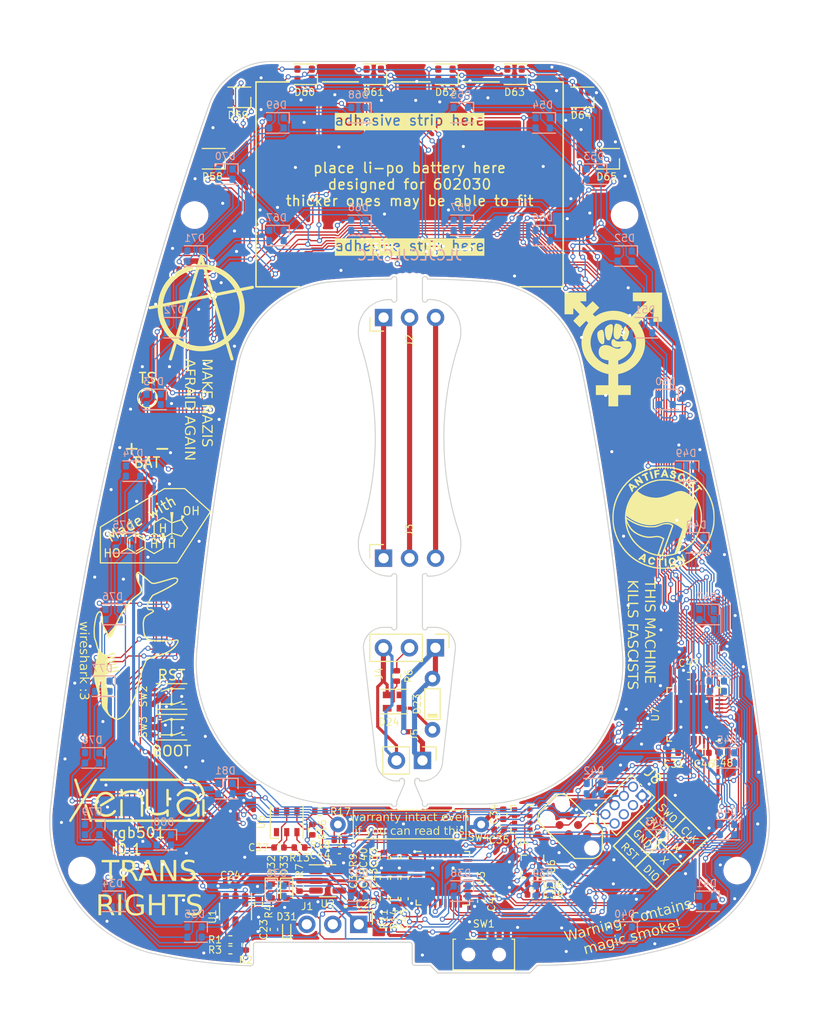
<source format=kicad_pcb>
(kicad_pcb (version 20221018) (generator pcbnew)

  (general
    (thickness 1.6)
  )

  (paper "A4")
  (title_block
    (title "Self contained addressible RGB ring for 3M 501")
    (date "2024-01-08")
    (rev "r0.1")
    (company "xenua")
  )

  (layers
    (0 "F.Cu" signal)
    (31 "B.Cu" signal)
    (32 "B.Adhes" user "B.Adhesive")
    (33 "F.Adhes" user "F.Adhesive")
    (34 "B.Paste" user)
    (35 "F.Paste" user)
    (36 "B.SilkS" user "B.Silkscreen")
    (37 "F.SilkS" user "F.Silkscreen")
    (38 "B.Mask" user)
    (39 "F.Mask" user)
    (40 "Dwgs.User" user "User.Drawings")
    (41 "Cmts.User" user "User.Comments")
    (42 "Eco1.User" user "User.Eco1")
    (43 "Eco2.User" user "User.Eco2")
    (44 "Edge.Cuts" user)
    (45 "Margin" user)
    (46 "B.CrtYd" user "B.Courtyard")
    (47 "F.CrtYd" user "F.Courtyard")
    (48 "B.Fab" user)
    (49 "F.Fab" user)
    (50 "User.1" user)
    (51 "User.2" user)
    (52 "User.3" user)
    (53 "User.4" user)
    (54 "User.5" user)
    (55 "User.6" user)
    (56 "User.7" user)
    (57 "User.8" user)
    (58 "User.9" user)
  )

  (setup
    (pad_to_mask_clearance 0)
    (pcbplotparams
      (layerselection 0x00010fc_ffffffff)
      (plot_on_all_layers_selection 0x0000000_00000000)
      (disableapertmacros false)
      (usegerberextensions false)
      (usegerberattributes true)
      (usegerberadvancedattributes true)
      (creategerberjobfile true)
      (dashed_line_dash_ratio 12.000000)
      (dashed_line_gap_ratio 3.000000)
      (svgprecision 4)
      (plotframeref false)
      (viasonmask false)
      (mode 1)
      (useauxorigin false)
      (hpglpennumber 1)
      (hpglpenspeed 20)
      (hpglpendiameter 15.000000)
      (dxfpolygonmode true)
      (dxfimperialunits true)
      (dxfusepcbnewfont true)
      (psnegative false)
      (psa4output false)
      (plotreference true)
      (plotvalue true)
      (plotinvisibletext false)
      (sketchpadsonfab false)
      (subtractmaskfromsilk false)
      (outputformat 1)
      (mirror false)
      (drillshape 1)
      (scaleselection 1)
      (outputdirectory "")
    )
  )

  (net 0 "")
  (net 1 "+BATT")
  (net 2 "GND")
  (net 3 "VCC")
  (net 4 "Net-(U2-BP)")
  (net 5 "VBUS")
  (net 6 "+3V3")
  (net 7 "Net-(J4-Pin_2)")
  (net 8 "unconnected-(U3-PA4-Pad10)")
  (net 9 "/CS_Pressure")
  (net 10 "/COPI")
  (net 11 "/SCLK")
  (net 12 "/CIPO")
  (net 13 "/CS_Gyro")
  (net 14 "/LED Matrix/R0")
  (net 15 "/LED Matrix/G0")
  (net 16 "/LED Matrix/B0")
  (net 17 "/LED Matrix/R1")
  (net 18 "/LED Matrix/G1")
  (net 19 "/LED Matrix/B1")
  (net 20 "/LED Matrix/R2")
  (net 21 "Net-(D23-K)")
  (net 22 "unconnected-(D24-DOUT-Pad2)")
  (net 23 "Net-(D24-DIN)")
  (net 24 "/LED Matrix/G2")
  (net 25 "/LED Matrix/B2")
  (net 26 "/LED Matrix/SW0")
  (net 27 "/LED Matrix/SW1")
  (net 28 "/LED Matrix/SW2")
  (net 29 "/LED Matrix/SW3")
  (net 30 "/CHARGE_LED")
  (net 31 "/LDO_EN")
  (net 32 "Net-(U1-ISET)")
  (net 33 "Net-(U1-TS)")
  (net 34 "/LED Matrix/SW4")
  (net 35 "unconnected-(U3-PC14-Pad2)")
  (net 36 "unconnected-(U3-PC15-Pad3)")
  (net 37 "Net-(D23-A)")
  (net 38 "Net-(D24-VSS)")
  (net 39 "unconnected-(U3-PA7-Pad13)")
  (net 40 "/SCL")
  (net 41 "/SDA")
  (net 42 "unconnected-(U3-PA6-Pad12)")
  (net 43 "/LED Matrix/SW5")
  (net 44 "/LED Matrix/SW6")
  (net 45 "/Controller/~{RST}")
  (net 46 "/Controller/BOOT0")
  (net 47 "/Controller/SWDIO")
  (net 48 "/Controller/SWCLK")
  (net 49 "/Controller/SWO")
  (net 50 "/LED Matrix/SW7")
  (net 51 "unconnected-(U7A-NC-Pad19)")
  (net 52 "/Controller/REED_SW")
  (net 53 "Net-(J2-Pin_1)")
  (net 54 "Net-(J2-Pin_2)")
  (net 55 "Net-(J2-Pin_3)")
  (net 56 "unconnected-(U7A-NC-Pad20)")
  (net 57 "unconnected-(U7A-NC-Pad21)")
  (net 58 "unconnected-(U5-NC-Pad1)")
  (net 59 "unconnected-(U5-NC-Pad6)")
  (net 60 "Net-(R17-Pad2)")
  (net 61 "/LED Matrix/R3")
  (net 62 "/LED Matrix/G3")
  (net 63 "/LED Matrix/B3")
  (net 64 "/LED Matrix/R4")
  (net 65 "/LED Matrix/G4")
  (net 66 "/LED Matrix/B4")
  (net 67 "/LED Matrix/R5")
  (net 68 "/LED Matrix/G5")
  (net 69 "/LED Matrix/B5")
  (net 70 "Net-(U7A-VCAP)")
  (net 71 "/Controller/CS_LEDs")
  (net 72 "/Controller/LED_VIO_EN")
  (net 73 "/Controller/LED_VSYNC")
  (net 74 "unconnected-(SW1-C-Pad3)")
  (net 75 "unconnected-(J8-KEY-Pad3)")
  (net 76 "unconnected-(J8-KEY-Pad5)")
  (net 77 "/VBAT_SENSE")
  (net 78 "/VBUS_DET")
  (net 79 "/~{CHG}")
  (net 80 "/INT2")
  (net 81 "/INT1")

  (footprint "TestPoint:TestPoint_Pad_D1.5mm" (layer "F.Cu") (at 74.4 93.85))

  (footprint "xenua:Conn_Magnet_3p" (layer "F.Cu") (at 100 86 90))

  (footprint "Resistor_SMD:R_0402_1005Metric" (layer "F.Cu") (at 97.5 142.75 90))

  (footprint "MountingHole:MountingHole_2.2mm_M2" (layer "F.Cu") (at 132 140))

  (footprint "Connector_PinHeader_2.54mm:PinHeader_1x03_P2.54mm_Vertical" (layer "F.Cu") (at 102.525 118.25 -90))

  (footprint "Capacitor_SMD:C_0402_1005Metric" (layer "F.Cu") (at 93.15 138 180))

  (footprint "Capacitor_SMD:C_0402_1005Metric" (layer "F.Cu") (at 93.75 143.25))

  (footprint "Connector_PinHeader_2.54mm:PinHeader_1x02_P2.54mm_Vertical" (layer "F.Cu") (at 101.26 129.25 -90))

  (footprint "Capacitor_SMD:C_0402_1005Metric" (layer "F.Cu") (at 109.15 134.5 -90))

  (footprint "Capacitor_SMD:C_0402_1005Metric" (layer "F.Cu") (at 128.75 128.5 180))

  (footprint "xenua:sig-medium" (layer "F.Cu") (at 66.865002 135.134999))

  (footprint "xenua:LED_RGB_1616" (layer "F.Cu") (at 119.25 70.5 180))

  (footprint "Resistor_SMD:R_0402_1005Metric" (layer "F.Cu") (at 97.5 138.75 -90))

  (footprint "Package_TO_SOT_SMD:SOT-23-6" (layer "F.Cu") (at 83 144 -90))

  (footprint "Diode_SMD:D_SOD-523" (layer "F.Cu") (at 86.5 142 -90))

  (footprint "xenua:SW_MSK12C02-HB" (layer "F.Cu") (at 107.25 148.2))

  (footprint "Capacitor_SMD:C_0402_1005Metric" (layer "F.Cu") (at 108.75 136 180))

  (footprint "xenua:Conn_Magnet_3p" (layer "F.Cu") (at 92.5 145.25 -90))

  (footprint "xenua:SW_Push_Alps_SKTCABE010" (layer "F.Cu") (at 76.75 126))

  (footprint "Resistor_SMD:R_0402_1005Metric" (layer "F.Cu") (at 84 147.25 -90))

  (footprint "MountingHole:MountingHole_2.2mm_M2" (layer "F.Cu") (at 68 140))

  (footprint "Capacitor_SMD:C_0402_1005Metric" (layer "F.Cu") (at 82.5 141.45 180))

  (footprint "xenua:AHT20" (layer "F.Cu") (at 88 135.25 90))

  (footprint "Resistor_SMD:R_0402_1005Metric" (layer "F.Cu") (at 85.25 143.25 -90))

  (footprint "xenua:1N4148" (layer "F.Cu") (at 102.235 123.75 90))

  (footprint "xenua:amogus" (layer "F.Cu") (at 80.325 137.4))

  (footprint "Capacitor_SMD:C_0402_1005Metric" (layer "F.Cu") (at 98.5 140.75 90))

  (footprint "xenua:MadeWithEstrogen" (layer "F.Cu") (at 75.05 107.05))

  (footprint "xenua:SW_Push_Alps_SKTCABE010" (layer "F.Cu") (at 76.75 123))

  (footprint "xenua:MouseBite_NoJaggies_S" (layer "F.Cu") (at 100 111.25 180))

  (footprint "xenua:LED_RGB_1616" (layer "F.Cu") (at 80.75 70.5 180))

  (footprint "MountingHole:MountingHole_2.2mm_M2" (layer "F.Cu") (at 79 76))

  (footprint "xenua:LGA-8_2x2.5mm_P0.65" (layer "F.Cu") (at 111 135 -90))

  (footprint "Package_LGA:LGA-12_2x2mm_P0.5mm" (layer "F.Cu")
    (tstamp 75bc8e3f-6fa8-4502-8ab6-a157480c917a)
    (at 112 139.6 -90)
    (descr "LGA12")
    (tags "lga land grid array")
    (property "Sheetfile" "rgb501.kicad_sch")
    (property "Sheetname" "")
    (path "/b59ece3c-cacf-4af9-8c4f-ff209b07af21")
    (attr smd)
    (fp_text reference "U6" (at 0 -1.85 90) (layer "F.SilkS")
        (effects (font (size 0.7 0.7) (thickness 0.1)))
      (tstamp 488024f7-12f1-4871-ac1a-b70c4f120d49)
    )
    (fp_text value "LIS2DH12" (at 0 1.6 90) (layer "F.Fab")
        (effects (font (size 1 1) (thickness 0.15)))
      (tstamp 7d1a2b64-6066-4566-82d1-1b805b9f7dad)
    )
    (fp_text user "${REFERENCE}" (at 0 0 90) (layer "F.Fab")
        (effects (font (size 0.5 0.5) (thickness 0.075)))
      (tstamp 08a4f619-b09f-420e-91b3-b28eec42a82b)
    )
    (fp_line (start -1.1 -1.1) (end -1.1 -1.1)
      (stroke (width 0.12) (type solid)) (layer "F.SilkS") (tstamp 567f2766-bcd2-4e69-893f-76b61b49f017))
    (fp_line (start -1.1 0.6) (end -1.1 0.6)
      (stroke (width 0.12) (type solid)) (layer "F.SilkS") (tstamp c4f6f5db-73ba-4de5-977e-9bd195aa1c31))
    (fp_line (start -1.1 1.1) (end -1.1 0.6)
      (stroke (width 0.12) (type solid)) (layer "F.SilkS") (tstamp 0d182a19-753a-42c9-964d-12042082c772))
    (fp_line (start -0.6 -1.1) (end -1.1 -1.1)
      (stroke (width 0.12) (type solid)) (layer "F.SilkS") (tstamp 69e43f27-3d6e-4c7f-8348-812fd4508b73))
    (fp_line (start -0.6 1.1) (end -1.1 1.1)
      (stroke (width 0.12) (type solid)) (layer "F.SilkS") (tstamp d446db49-2ee6-48e5-aa96-4a15c3c34e5c))
    (fp_line (start 0.6 -1.1) (end 1.1 -1.1)
      (stroke (width 0.12) (type solid)) (layer "F.SilkS") (tstamp 4e16ba93-c4ca-4d7f-bb89-d09cb2bd4f72))
    (fp_line (start 0.6 1.1) (end 0.6 1.1)
      (stroke (width 0.12) (type solid)) (layer "F.SilkS") (tstamp d6930789-0711-439d-a432-98a0382cb93f))
    (fp_line (start 1.1 -1.1) (end 1.1 -0.6)
      (stroke (width 0.12) (type solid)) (layer "F.SilkS") (tstamp 536c162e-f01a-45f4-96be-e5064cc037f3))
    (fp_line (start 1.1 -0.6) (end 1.1 -0.6)
      (stroke (width 0.12) (type solid)) (layer "F.SilkS") (tstamp 3aa70ba9-31ac-4274-aac3-4cdbb6e611c3))
    (fp_line (start 1.1 0.6) (end 1.1 1.1)
      (stroke (width 0.12) (type solid)) (layer "F.SilkS") (tstamp e3c3bf29-1014-4753-bfda-dd9a74005f3d))
    (fp_line (start 1.1 1.1) (end 0.6 1.1)
      (stroke (width 0.12) (type solid)) (layer "F.SilkS") (tstamp 641991da-d47e-4d08-8bfe-7612c00d3d77))
    (fp_line (start -1.25 -1.25) (end 1.25 -1.25)
      (stroke (width 0.05) (type solid)) (layer "F.CrtYd") (tstamp 0ee2812f-fe68-4067-81bd-bcb6f22ff8d9))
    (fp_line (start -1.25 1.25) (end -1.25 -1.25)
      (stroke (width 0.05) (type solid)) (layer "F.CrtYd") (tstamp 2d0f1e29-658a-4a74-8bee-05f946bb6d73))
    (fp_line (start 1.25 -1.25) (end 1.25 1.25)
      (stroke (width 0.05) (type solid)) (layer "F.CrtYd") (tstamp 2191dd6b-8dc6-43e8-a4ed-76f436e29c80))
    (fp_line (start 1.25 1.25) (end -1.25 1.25)
      (stroke (width 0.05) (type solid)) (layer "F.CrtYd") (tstamp 10af12d9-a1d2-458a-bc2a-64930f480566))
    (fp_line (start -1 -0.5) (end -0.5 -1)
      (stroke (width 0.1) (type solid)) (layer "F.Fab") (tstamp 93447c8d-0b38-47d4-9182-bd7a82bd83f7))
    (fp_line (start -1 1) (end -1 -0.5)
      (stroke (width 0.1) (type solid)) (layer "F.Fab") (tstamp 642209ab-01aa-4373-8349-1fd7451e4baf))
    (fp_line (start -0.5 -1) (end 1 -1)
      (stroke (width 0.1) (type solid)) (layer "F.Fab") (tstamp 138300fb-9cc5-4713-8b14-2744f1ca0217))
    (fp_line (start 1 -1) (end 1 1)
      (stroke (width 0.1) (type solid)) (layer "F.Fab") (tstamp 25bd53a3-cd2b-4f10-b60e-fc4a1f71b645))
    (fp_line (start 1 1) (end -1 1)
      (stroke (width 0.1) (type solid)) (layer "F.Fab") (tstamp 8f6ad2d3-e2d2-44b5-a147-7a9f7ec1bfb5))
    (pad "1" smd rect (at -0.7625 -0.75 270) (size 0.375 0.35) (layers "F.Cu" "F.Paste" "F.Mask")
      (net 11 "/SCLK") (pinfunction "SCL/SPC") (pintype "input") (tstamp 5f3993da-a448-4976-823b-9f9295c55d91))
    (pad "2" smd rect (at -0.7625 -0.25 270) (size 0.375 0.35) (layers "F.Cu" "F.Paste" "F.Mask")
      (net 13 "/CS_Gyro") (pinfunction "CS") (pintype "input") (tstamp 705ce13f-82dd-4297-a1ac-8b5e39d57841))
    (pad "3" smd rect (at -0.7625 0.25 270) (size 0.375 0.35) (layers "F.Cu" "F.Paste" "F.Mask")
      (net 12 "/CIPO") (pinfunction "SDO/SA0") (pintype "bidirectional") (tstamp 543ee023-55aa-4023-ad52-ab8413e29b01))
    (pad "4" smd rect (at -0.7625 0.75 270) (size 0.375 0.35) (layers "F.Cu" "F.Paste" "F.Mask")
      (net 10 "/COPI") (pinfunction "SDA/SDI/SDO") (pintype "bidirectional") (tstamp cbf07228-5200-4e7a-a302-594c17e8629c))
    (pad "5" smd rect (at -0.25 0.7625) (size 0.375 0.35) (layers "F.Cu" "F.Paste" "F.Mask")
      (net 2 "GND") (pinfunction "RES") (pintype "bidirectional") (tstamp 5870a941-c064-491e-b4f2-8062e4c0bcfa))
    (pad "6" smd rect (at 0.25 0.7625) (size 0.375 0.35) (layers "F.Cu" "F.Paste" "F.Mask")
      (net 2 "GND") (pinfunction "GND") (pintype "power_in") (tstamp c3cc41c1-bbcb-452e-b486-4db72e2202b1))
    (pad "7" smd rect (at 0.7625 0.75 270) (size 0.375 0.35) (layers "F.Cu" "F.Paste" "F.Mask")
      (net 2 "GND") (pinfunction "GND") (pintype "power_in") (tstamp a3a3a8fa-c043-475f-b441-34e8d47f7671))
    (pad "8" smd rect (at 0.7625 0.25 270) (size 0.375 0.35) (layers "F.Cu" "F.Paste" "F.Mask")
      (net 2 "GND") (pinfunction "GND") (pintype "power_in") (tstamp 33f8e55a-735a-40e2-9a4d-839d77f3639d))
    (pad "9" smd rect (at 0.7625 -0.25 270) (size 0.375 0.35) (layers "F.Cu" "F.Paste" "F.Mask")
      (net 6 "+3V3") (pinfunction "VDD") (pintype "power_in") (tstamp 15df3acb-4113-4244-b3f1-1c880db550e4))

... [2521011 chars truncated]
</source>
